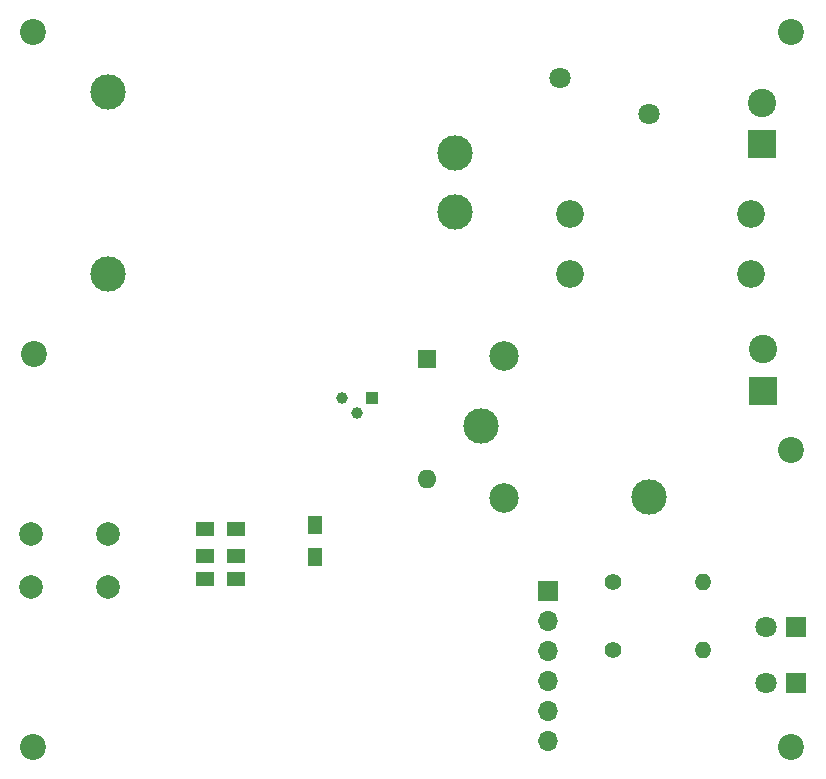
<source format=gbs>
G04 #@! TF.GenerationSoftware,KiCad,Pcbnew,(2017-11-08 revision cd21218)-HEAD*
G04 #@! TF.CreationDate,2018-02-21T13:37:35+02:00*
G04 #@! TF.ProjectId,heater_actuator_node,6865617465725F6163747561746F725F,rev?*
G04 #@! TF.SameCoordinates,Original*
G04 #@! TF.FileFunction,Soldermask,Bot*
G04 #@! TF.FilePolarity,Negative*
%FSLAX46Y46*%
G04 Gerber Fmt 4.6, Leading zero omitted, Abs format (unit mm)*
G04 Created by KiCad (PCBNEW (2017-11-08 revision cd21218)-HEAD) date Wed Feb 21 13:37:35 2018*
%MOMM*%
%LPD*%
G01*
G04 APERTURE LIST*
%ADD10C,2.200000*%
%ADD11C,1.400000*%
%ADD12O,1.400000X1.400000*%
%ADD13O,1.600000X1.600000*%
%ADD14R,1.600000X1.600000*%
%ADD15C,1.800000*%
%ADD16R,1.800000X1.800000*%
%ADD17C,2.349500*%
%ADD18R,1.000000X1.000000*%
%ADD19C,1.000000*%
%ADD20R,1.300000X1.500000*%
%ADD21R,1.500000X1.300000*%
%ADD22C,2.500000*%
%ADD23C,3.000000*%
%ADD24C,2.400000*%
%ADD25R,2.400000X2.400000*%
%ADD26R,1.700000X1.700000*%
%ADD27O,1.700000X1.700000*%
%ADD28C,2.000000*%
G04 APERTURE END LIST*
D10*
X117650000Y-59875000D03*
X181800000Y-59925000D03*
X181800000Y-95275000D03*
X181800000Y-120475000D03*
X117750000Y-87175000D03*
X117650000Y-120475000D03*
D11*
X166750000Y-106500000D03*
D12*
X174370000Y-106500000D03*
D11*
X166750000Y-112250000D03*
D12*
X174370000Y-112250000D03*
D13*
X150950000Y-97775000D03*
D14*
X150950000Y-87615000D03*
D15*
X179710000Y-115000000D03*
D16*
X182250000Y-115000000D03*
X182250000Y-110250000D03*
D15*
X179710000Y-110250000D03*
D17*
X163089360Y-80415000D03*
X163089360Y-75335000D03*
X178410640Y-80415000D03*
X178410640Y-75335000D03*
D18*
X146350000Y-90875000D03*
D19*
X143810000Y-90875000D03*
X145080000Y-92145000D03*
D20*
X141500000Y-101650000D03*
X141500000Y-104350000D03*
D21*
X132150000Y-106250000D03*
X134850000Y-106250000D03*
X132150000Y-104250000D03*
X134850000Y-104250000D03*
D22*
X157500000Y-99325000D03*
X157500000Y-87325000D03*
D23*
X155550000Y-93275000D03*
X169750000Y-99275000D03*
X153350000Y-75175000D03*
X153350000Y-70175000D03*
X123950000Y-80375000D03*
X123950000Y-64975000D03*
D15*
X162250000Y-63775000D03*
X169750000Y-66875000D03*
D24*
X179450000Y-86775000D03*
D25*
X179450000Y-90275000D03*
X179350000Y-69375000D03*
D24*
X179350000Y-65875000D03*
D26*
X161250000Y-107250000D03*
D27*
X161250000Y-109790000D03*
X161250000Y-112330000D03*
X161250000Y-114870000D03*
X161250000Y-117410000D03*
X161250000Y-119950000D03*
D21*
X132150000Y-102000000D03*
X134850000Y-102000000D03*
D28*
X117500000Y-106875000D03*
X117500000Y-102375000D03*
X124000000Y-106875000D03*
X124000000Y-102375000D03*
M02*

</source>
